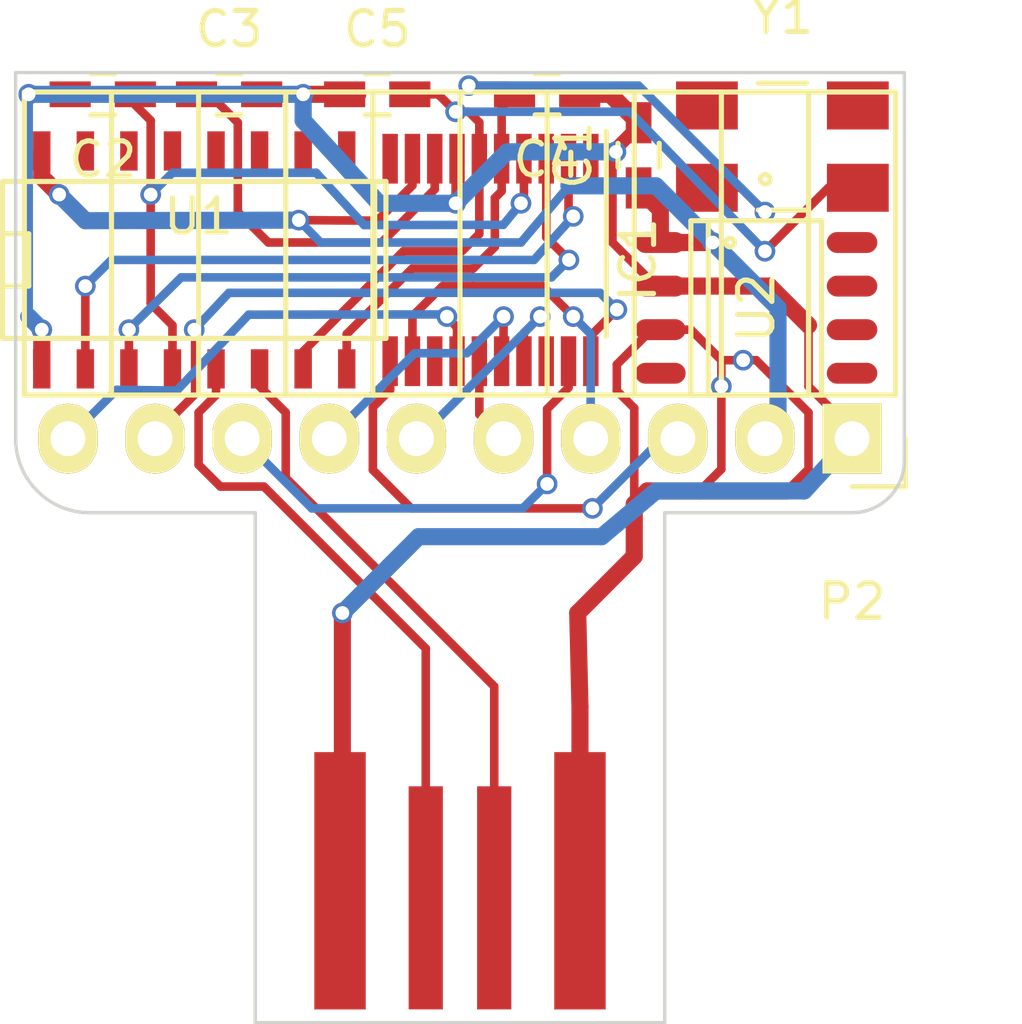
<source format=kicad_pcb>
(kicad_pcb (version 4) (host pcbnew "(2015-04-09 BZR 5589)-product")

  (general
    (links 35)
    (no_connects 0)
    (area 135.839999 101.549999 161.848001 129.336001)
    (thickness 1.6)
    (drawings 14)
    (tracks 243)
    (zones 0)
    (modules 11)
    (nets 20)
  )

  (page A4)
  (layers
    (0 F.Cu signal)
    (31 B.Cu signal)
    (32 B.Adhes user)
    (33 F.Adhes user)
    (34 B.Paste user)
    (35 F.Paste user)
    (36 B.SilkS user)
    (37 F.SilkS user hide)
    (38 B.Mask user)
    (39 F.Mask user)
    (40 Dwgs.User user)
    (41 Cmts.User user)
    (42 Eco1.User user)
    (43 Eco2.User user)
    (44 Edge.Cuts user)
    (45 Margin user)
    (46 B.CrtYd user)
    (47 F.CrtYd user)
    (48 B.Fab user)
    (49 F.Fab user)
  )

  (setup
    (last_trace_width 0.3302)
    (user_trace_width 0.25)
    (user_trace_width 0.3302)
    (user_trace_width 0.5)
    (trace_clearance 0.2)
    (zone_clearance 0.508)
    (zone_45_only no)
    (trace_min 0.1524)
    (segment_width 0.3302)
    (edge_width 0.1)
    (via_size 0.6)
    (via_drill 0.4)
    (via_min_size 0.4)
    (via_min_drill 0.3)
    (uvia_size 0.3)
    (uvia_drill 0.1)
    (uvias_allowed no)
    (uvia_min_size 0.2)
    (uvia_min_drill 0.1)
    (pcb_text_width 0.3)
    (pcb_text_size 1.5 1.5)
    (mod_edge_width 0.15)
    (mod_text_size 1 1)
    (mod_text_width 0.15)
    (pad_size 1.5 1.5)
    (pad_drill 0.6)
    (pad_to_mask_clearance 0)
    (aux_axis_origin 0 0)
    (grid_origin 150.241 104.775)
    (visible_elements FFFFFF1F)
    (pcbplotparams
      (layerselection 0x00030_80000001)
      (usegerberextensions false)
      (excludeedgelayer true)
      (linewidth 0.100000)
      (plotframeref false)
      (viasonmask false)
      (mode 1)
      (useauxorigin false)
      (hpglpennumber 1)
      (hpglpenspeed 20)
      (hpglpendiameter 15)
      (hpglpenoverlay 2)
      (psnegative false)
      (psa4output false)
      (plotreference true)
      (plotvalue true)
      (plotinvisibletext false)
      (padsonsilk false)
      (subtractmaskfromsilk false)
      (outputformat 1)
      (mirror false)
      (drillshape 1)
      (scaleselection 1)
      (outputdirectory ""))
  )

  (net 0 "")
  (net 1 VCC)
  (net 2 GND)
  (net 3 "Net-(C2-Pad1)")
  (net 4 "Net-(C3-Pad1)")
  (net 5 XO)
  (net 6 XI)
  (net 7 USB_TX)
  (net 8 USB_RX)
  (net 9 SDA)
  (net 10 SCL)
  (net 11 G3)
  (net 12 SCK)
  (net 13 MOSI)
  (net 14 MISO)
  (net 15 TXD)
  (net 16 RXD)
  (net 17 D+)
  (net 18 D-)
  (net 19 +5V)

  (net_class Default "This is the default net class."
    (clearance 0.2)
    (trace_width 0.25)
    (via_dia 0.6)
    (via_drill 0.4)
    (uvia_dia 0.3)
    (uvia_drill 0.1)
    (add_net +5V)
    (add_net D+)
    (add_net D-)
    (add_net G3)
    (add_net GND)
    (add_net MISO)
    (add_net MOSI)
    (add_net "Net-(C2-Pad1)")
    (add_net "Net-(C3-Pad1)")
    (add_net RXD)
    (add_net SCK)
    (add_net SCL)
    (add_net SDA)
    (add_net TXD)
    (add_net USB_RX)
    (add_net USB_TX)
    (add_net VCC)
    (add_net XI)
    (add_net XO)
  )

  (module Capacitors_SMD:C_0603_HandSoldering (layer F.Cu) (tedit 541A9B4D) (tstamp 558EE33F)
    (at 154.051 104.013 90)
    (descr "Capacitor SMD 0603, hand soldering")
    (tags "capacitor 0603")
    (path /558B5C2A)
    (attr smd)
    (fp_text reference C1 (at 0 -1.9 90) (layer F.SilkS)
      (effects (font (size 1 1) (thickness 0.15)))
    )
    (fp_text value C (at 0 1.9 90) (layer F.Fab)
      (effects (font (size 1 1) (thickness 0.15)))
    )
    (fp_line (start -1.85 -0.75) (end 1.85 -0.75) (layer F.CrtYd) (width 0.05))
    (fp_line (start -1.85 0.75) (end 1.85 0.75) (layer F.CrtYd) (width 0.05))
    (fp_line (start -1.85 -0.75) (end -1.85 0.75) (layer F.CrtYd) (width 0.05))
    (fp_line (start 1.85 -0.75) (end 1.85 0.75) (layer F.CrtYd) (width 0.05))
    (fp_line (start -0.35 -0.6) (end 0.35 -0.6) (layer F.SilkS) (width 0.15))
    (fp_line (start 0.35 0.6) (end -0.35 0.6) (layer F.SilkS) (width 0.15))
    (pad 1 smd rect (at -0.95 0 90) (size 1.2 0.75) (layers F.Cu F.Paste F.Mask)
      (net 1 VCC))
    (pad 2 smd rect (at 0.95 0 90) (size 1.2 0.75) (layers F.Cu F.Paste F.Mask)
      (net 2 GND))
    (model Capacitors_SMD.3dshapes/C_0603_HandSoldering.wrl
      (at (xyz 0 0 0))
      (scale (xyz 1 1 1))
      (rotate (xyz 0 0 0))
    )
  )

  (module Capacitors_SMD:C_0603_HandSoldering (layer F.Cu) (tedit 541A9B4D) (tstamp 558EE345)
    (at 138.43 102.235 180)
    (descr "Capacitor SMD 0603, hand soldering")
    (tags "capacitor 0603")
    (path /557FB37B)
    (attr smd)
    (fp_text reference C2 (at 0 -1.9 180) (layer F.SilkS)
      (effects (font (size 1 1) (thickness 0.15)))
    )
    (fp_text value C (at 0 1.9 180) (layer F.Fab)
      (effects (font (size 1 1) (thickness 0.15)))
    )
    (fp_line (start -1.85 -0.75) (end 1.85 -0.75) (layer F.CrtYd) (width 0.05))
    (fp_line (start -1.85 0.75) (end 1.85 0.75) (layer F.CrtYd) (width 0.05))
    (fp_line (start -1.85 -0.75) (end -1.85 0.75) (layer F.CrtYd) (width 0.05))
    (fp_line (start 1.85 -0.75) (end 1.85 0.75) (layer F.CrtYd) (width 0.05))
    (fp_line (start -0.35 -0.6) (end 0.35 -0.6) (layer F.SilkS) (width 0.15))
    (fp_line (start 0.35 0.6) (end -0.35 0.6) (layer F.SilkS) (width 0.15))
    (pad 1 smd rect (at -0.95 0 180) (size 1.2 0.75) (layers F.Cu F.Paste F.Mask)
      (net 3 "Net-(C2-Pad1)"))
    (pad 2 smd rect (at 0.95 0 180) (size 1.2 0.75) (layers F.Cu F.Paste F.Mask)
      (net 2 GND))
    (model Capacitors_SMD.3dshapes/C_0603_HandSoldering.wrl
      (at (xyz 0 0 0))
      (scale (xyz 1 1 1))
      (rotate (xyz 0 0 0))
    )
  )

  (module Capacitors_SMD:C_0603_HandSoldering (layer F.Cu) (tedit 541A9B4D) (tstamp 558EE34B)
    (at 142.113 102.235)
    (descr "Capacitor SMD 0603, hand soldering")
    (tags "capacitor 0603")
    (path /557FA561)
    (attr smd)
    (fp_text reference C3 (at 0 -1.9) (layer F.SilkS)
      (effects (font (size 1 1) (thickness 0.15)))
    )
    (fp_text value C (at 0 1.9) (layer F.Fab)
      (effects (font (size 1 1) (thickness 0.15)))
    )
    (fp_line (start -1.85 -0.75) (end 1.85 -0.75) (layer F.CrtYd) (width 0.05))
    (fp_line (start -1.85 0.75) (end 1.85 0.75) (layer F.CrtYd) (width 0.05))
    (fp_line (start -1.85 -0.75) (end -1.85 0.75) (layer F.CrtYd) (width 0.05))
    (fp_line (start 1.85 -0.75) (end 1.85 0.75) (layer F.CrtYd) (width 0.05))
    (fp_line (start -0.35 -0.6) (end 0.35 -0.6) (layer F.SilkS) (width 0.15))
    (fp_line (start 0.35 0.6) (end -0.35 0.6) (layer F.SilkS) (width 0.15))
    (pad 1 smd rect (at -0.95 0) (size 1.2 0.75) (layers F.Cu F.Paste F.Mask)
      (net 4 "Net-(C3-Pad1)"))
    (pad 2 smd rect (at 0.95 0) (size 1.2 0.75) (layers F.Cu F.Paste F.Mask)
      (net 2 GND))
    (model Capacitors_SMD.3dshapes/C_0603_HandSoldering.wrl
      (at (xyz 0 0 0))
      (scale (xyz 1 1 1))
      (rotate (xyz 0 0 0))
    )
  )

  (module Capacitors_SMD:C_0603_HandSoldering (layer F.Cu) (tedit 541A9B4D) (tstamp 558EE351)
    (at 151.384 102.235 180)
    (descr "Capacitor SMD 0603, hand soldering")
    (tags "capacitor 0603")
    (path /557FB571)
    (attr smd)
    (fp_text reference C4 (at 0 -1.9 180) (layer F.SilkS)
      (effects (font (size 1 1) (thickness 0.15)))
    )
    (fp_text value C (at 0 1.9 180) (layer F.Fab)
      (effects (font (size 1 1) (thickness 0.15)))
    )
    (fp_line (start -1.85 -0.75) (end 1.85 -0.75) (layer F.CrtYd) (width 0.05))
    (fp_line (start -1.85 0.75) (end 1.85 0.75) (layer F.CrtYd) (width 0.05))
    (fp_line (start -1.85 -0.75) (end -1.85 0.75) (layer F.CrtYd) (width 0.05))
    (fp_line (start 1.85 -0.75) (end 1.85 0.75) (layer F.CrtYd) (width 0.05))
    (fp_line (start -0.35 -0.6) (end 0.35 -0.6) (layer F.SilkS) (width 0.15))
    (fp_line (start 0.35 0.6) (end -0.35 0.6) (layer F.SilkS) (width 0.15))
    (pad 1 smd rect (at -0.95 0 180) (size 1.2 0.75) (layers F.Cu F.Paste F.Mask)
      (net 2 GND))
    (pad 2 smd rect (at 0.95 0 180) (size 1.2 0.75) (layers F.Cu F.Paste F.Mask)
      (net 5 XO))
    (model Capacitors_SMD.3dshapes/C_0603_HandSoldering.wrl
      (at (xyz 0 0 0))
      (scale (xyz 1 1 1))
      (rotate (xyz 0 0 0))
    )
  )

  (module Capacitors_SMD:C_0603_HandSoldering (layer F.Cu) (tedit 541A9B4D) (tstamp 558EE357)
    (at 146.431 102.235)
    (descr "Capacitor SMD 0603, hand soldering")
    (tags "capacitor 0603")
    (path /557FB5A3)
    (attr smd)
    (fp_text reference C5 (at 0 -1.9) (layer F.SilkS)
      (effects (font (size 1 1) (thickness 0.15)))
    )
    (fp_text value C (at 0 1.9) (layer F.Fab)
      (effects (font (size 1 1) (thickness 0.15)))
    )
    (fp_line (start -1.85 -0.75) (end 1.85 -0.75) (layer F.CrtYd) (width 0.05))
    (fp_line (start -1.85 0.75) (end 1.85 0.75) (layer F.CrtYd) (width 0.05))
    (fp_line (start -1.85 -0.75) (end -1.85 0.75) (layer F.CrtYd) (width 0.05))
    (fp_line (start 1.85 -0.75) (end 1.85 0.75) (layer F.CrtYd) (width 0.05))
    (fp_line (start -0.35 -0.6) (end 0.35 -0.6) (layer F.SilkS) (width 0.15))
    (fp_line (start 0.35 0.6) (end -0.35 0.6) (layer F.SilkS) (width 0.15))
    (pad 1 smd rect (at -0.95 0) (size 1.2 0.75) (layers F.Cu F.Paste F.Mask)
      (net 2 GND))
    (pad 2 smd rect (at 0.95 0) (size 1.2 0.75) (layers F.Cu F.Paste F.Mask)
      (net 6 XI))
    (model Capacitors_SMD.3dshapes/C_0603_HandSoldering.wrl
      (at (xyz 0 0 0))
      (scale (xyz 1 1 1))
      (rotate (xyz 0 0 0))
    )
  )

  (module Housings_SSOP:TSSOP-20_4.4x6.5mm_Pitch0.65mm (layer F.Cu) (tedit 54130A77) (tstamp 558EE36F)
    (at 149.733 107.061 270)
    (descr "20-Lead Plastic Thin Shrink Small Outline (ST)-4.4 mm Body [TSSOP] (see Microchip Packaging Specification 00000049BS.pdf)")
    (tags "SSOP 0.65")
    (path /557FA4E7)
    (attr smd)
    (fp_text reference IC1 (at 0 -4.3 270) (layer F.SilkS)
      (effects (font (size 1 1) (thickness 0.15)))
    )
    (fp_text value STM8S003F3P (at 0 4.3 270) (layer F.Fab)
      (effects (font (size 1 1) (thickness 0.15)))
    )
    (fp_line (start -3.95 -3.55) (end -3.95 3.55) (layer F.CrtYd) (width 0.05))
    (fp_line (start 3.95 -3.55) (end 3.95 3.55) (layer F.CrtYd) (width 0.05))
    (fp_line (start -3.95 -3.55) (end 3.95 -3.55) (layer F.CrtYd) (width 0.05))
    (fp_line (start -3.95 3.55) (end 3.95 3.55) (layer F.CrtYd) (width 0.05))
    (fp_line (start -2.225 3.375) (end 2.225 3.375) (layer F.SilkS) (width 0.15))
    (fp_line (start -3.75 -3.375) (end 2.225 -3.375) (layer F.SilkS) (width 0.15))
    (pad 1 smd rect (at -2.95 -2.925 270) (size 1.45 0.45) (layers F.Cu F.Paste F.Mask))
    (pad 2 smd rect (at -2.95 -2.275 270) (size 1.45 0.45) (layers F.Cu F.Paste F.Mask)
      (net 7 USB_TX))
    (pad 3 smd rect (at -2.95 -1.625 270) (size 1.45 0.45) (layers F.Cu F.Paste F.Mask)
      (net 8 USB_RX))
    (pad 4 smd rect (at -2.95 -0.975 270) (size 1.45 0.45) (layers F.Cu F.Paste F.Mask)
      (net 3 "Net-(C2-Pad1)"))
    (pad 5 smd rect (at -2.95 -0.325 270) (size 1.45 0.45) (layers F.Cu F.Paste F.Mask)
      (net 5 XO))
    (pad 6 smd rect (at -2.95 0.325 270) (size 1.45 0.45) (layers F.Cu F.Paste F.Mask)
      (net 6 XI))
    (pad 7 smd rect (at -2.95 0.975 270) (size 1.45 0.45) (layers F.Cu F.Paste F.Mask)
      (net 2 GND))
    (pad 8 smd rect (at -2.95 1.625 270) (size 1.45 0.45) (layers F.Cu F.Paste F.Mask)
      (net 4 "Net-(C3-Pad1)"))
    (pad 9 smd rect (at -2.95 2.275 270) (size 1.45 0.45) (layers F.Cu F.Paste F.Mask)
      (net 1 VCC))
    (pad 10 smd rect (at -2.95 2.925 270) (size 1.45 0.45) (layers F.Cu F.Paste F.Mask))
    (pad 11 smd rect (at 2.95 2.925 270) (size 1.45 0.45) (layers F.Cu F.Paste F.Mask)
      (net 9 SDA))
    (pad 12 smd rect (at 2.95 2.275 270) (size 1.45 0.45) (layers F.Cu F.Paste F.Mask)
      (net 10 SCL))
    (pad 13 smd rect (at 2.95 1.625 270) (size 1.45 0.45) (layers F.Cu F.Paste F.Mask))
    (pad 14 smd rect (at 2.95 0.975 270) (size 1.45 0.45) (layers F.Cu F.Paste F.Mask)
      (net 11 G3))
    (pad 15 smd rect (at 2.95 0.325 270) (size 1.45 0.45) (layers F.Cu F.Paste F.Mask)
      (net 12 SCK))
    (pad 16 smd rect (at 2.95 -0.325 270) (size 1.45 0.45) (layers F.Cu F.Paste F.Mask)
      (net 13 MOSI))
    (pad 17 smd rect (at 2.95 -0.975 270) (size 1.45 0.45) (layers F.Cu F.Paste F.Mask)
      (net 14 MISO))
    (pad 18 smd rect (at 2.95 -1.625 270) (size 1.45 0.45) (layers F.Cu F.Paste F.Mask))
    (pad 19 smd rect (at 2.95 -2.275 270) (size 1.45 0.45) (layers F.Cu F.Paste F.Mask)
      (net 15 TXD))
    (pad 20 smd rect (at 2.95 -2.925 270) (size 1.45 0.45) (layers F.Cu F.Paste F.Mask)
      (net 16 RXD))
    (model Housings_SSOP.3dshapes/TSSOP-20_4.4x6.5mm_Pitch0.65mm.wrl
      (at (xyz 0 0 0))
      (scale (xyz 1 1 1))
      (rotate (xyz 0 0 0))
    )
  )

  (module usbpcb:USB-A-PCB (layer F.Cu) (tedit 558C9471) (tstamp 558EE377)
    (at 148.844 125.349 270)
    (descr "Card-edge USB A connector.")
    (path /557FD28F)
    (fp_text reference P1 (at 0 0 270) (layer Cmts.User) hide
      (effects (font (size 0 0) (thickness 0.000001)))
    )
    (fp_text value CONN_01X04 (at 0 0 270) (layer Eco1.User) hide
      (effects (font (size 0 0) (thickness 0.000001)))
    )
    (fp_text user >Name (at -0.4572 -4.8768 270) (layer Eco1.User)
      (effects (font (size 0.4064 0.4064) (thickness 0.03048)))
    )
    (fp_text user >Value (at -0.0508 5.2832 270) (layer Eco1.User)
      (effects (font (size 0.4064 0.4064) (thickness 0.03048)))
    )
    (fp_text user "Card edge" (at -6.858 -1.27 360) (layer Dwgs.User)
      (effects (font (size 1.016 1.016) (thickness 0.08128)))
    )
    (fp_line (start -4.99872 -5.99948) (end 3.69824 -5.99948) (layer Cmts.User) (width 0.127))
    (fp_line (start 3.69824 -5.99948) (end 3.69824 5.99948) (layer Cmts.User) (width 0.127))
    (fp_line (start 3.69824 5.99948) (end -4.99872 5.99948) (layer Cmts.User) (width 0.127))
    (fp_line (start -4.99872 5.99948) (end -4.99872 -5.99948) (layer Cmts.User) (width 0.127))
    (pad 4 smd rect (at -0.19812 3.49758 270) (size 7.49808 1.4986) (layers F.Cu F.Paste F.Mask)
      (net 2 GND))
    (pad 3 smd rect (at 0.29972 0.99822 270) (size 6.49986 0.99822) (layers F.Cu F.Paste F.Mask)
      (net 17 D+))
    (pad 2 smd rect (at 0.29972 -0.99822 270) (size 6.49986 0.99822) (layers F.Cu F.Paste F.Mask)
      (net 18 D-))
    (pad 1 smd rect (at -0.19812 -3.49758 270) (size 7.49808 1.4986) (layers F.Cu F.Paste F.Mask)
      (net 19 +5V))
  )

  (module Socket_Strips:Socket_Strip_Angled_1x10 (layer F.Cu) (tedit 0) (tstamp 558EE385)
    (at 160.274 112.268 180)
    (descr "Through hole socket strip")
    (tags "socket strip")
    (path /557FD61A)
    (fp_text reference P2 (at 0 -4.75 180) (layer F.SilkS)
      (effects (font (size 1 1) (thickness 0.15)))
    )
    (fp_text value CONN_01X10 (at 0 -2.75 180) (layer F.Fab)
      (effects (font (size 1 1) (thickness 0.15)))
    )
    (fp_line (start -1.75 -1.5) (end -1.75 10.6) (layer F.CrtYd) (width 0.05))
    (fp_line (start 24.65 -1.5) (end 24.65 10.6) (layer F.CrtYd) (width 0.05))
    (fp_line (start -1.75 -1.5) (end 24.65 -1.5) (layer F.CrtYd) (width 0.05))
    (fp_line (start -1.75 10.6) (end 24.65 10.6) (layer F.CrtYd) (width 0.05))
    (fp_line (start 16.51 10.1) (end 16.51 1.27) (layer F.SilkS) (width 0.15))
    (fp_line (start 13.97 10.1) (end 16.51 10.1) (layer F.SilkS) (width 0.15))
    (fp_line (start 13.97 1.27) (end 16.51 1.27) (layer F.SilkS) (width 0.15))
    (fp_line (start 16.51 1.27) (end 19.05 1.27) (layer F.SilkS) (width 0.15))
    (fp_line (start 16.51 10.1) (end 19.05 10.1) (layer F.SilkS) (width 0.15))
    (fp_line (start 19.05 10.1) (end 19.05 1.27) (layer F.SilkS) (width 0.15))
    (fp_line (start 21.59 10.1) (end 21.59 1.27) (layer F.SilkS) (width 0.15))
    (fp_line (start 19.05 10.1) (end 21.59 10.1) (layer F.SilkS) (width 0.15))
    (fp_line (start 19.05 1.27) (end 21.59 1.27) (layer F.SilkS) (width 0.15))
    (fp_line (start 21.59 1.27) (end 24.13 1.27) (layer F.SilkS) (width 0.15))
    (fp_line (start 21.59 10.1) (end 24.13 10.1) (layer F.SilkS) (width 0.15))
    (fp_line (start 24.13 10.1) (end 24.13 1.27) (layer F.SilkS) (width 0.15))
    (fp_line (start 13.97 10.1) (end 13.97 1.27) (layer F.SilkS) (width 0.15))
    (fp_line (start 11.43 10.1) (end 13.97 10.1) (layer F.SilkS) (width 0.15))
    (fp_line (start 11.43 1.27) (end 13.97 1.27) (layer F.SilkS) (width 0.15))
    (fp_line (start 8.89 1.27) (end 11.43 1.27) (layer F.SilkS) (width 0.15))
    (fp_line (start 8.89 10.1) (end 11.43 10.1) (layer F.SilkS) (width 0.15))
    (fp_line (start 11.43 10.1) (end 11.43 1.27) (layer F.SilkS) (width 0.15))
    (fp_line (start 8.89 10.1) (end 8.89 1.27) (layer F.SilkS) (width 0.15))
    (fp_line (start 6.35 10.1) (end 8.89 10.1) (layer F.SilkS) (width 0.15))
    (fp_line (start 6.35 1.27) (end 8.89 1.27) (layer F.SilkS) (width 0.15))
    (fp_line (start 3.81 1.27) (end 6.35 1.27) (layer F.SilkS) (width 0.15))
    (fp_line (start 3.81 10.1) (end 6.35 10.1) (layer F.SilkS) (width 0.15))
    (fp_line (start 6.35 10.1) (end 6.35 1.27) (layer F.SilkS) (width 0.15))
    (fp_line (start 3.81 10.1) (end 3.81 1.27) (layer F.SilkS) (width 0.15))
    (fp_line (start 1.27 10.1) (end 3.81 10.1) (layer F.SilkS) (width 0.15))
    (fp_line (start 1.27 1.27) (end 1.27 10.1) (layer F.SilkS) (width 0.15))
    (fp_line (start 1.27 1.27) (end 3.81 1.27) (layer F.SilkS) (width 0.15))
    (fp_line (start -1.27 1.27) (end 1.27 1.27) (layer F.SilkS) (width 0.15))
    (fp_line (start 0 -1.4) (end -1.55 -1.4) (layer F.SilkS) (width 0.15))
    (fp_line (start -1.55 -1.4) (end -1.55 0) (layer F.SilkS) (width 0.15))
    (fp_line (start -1.27 1.27) (end -1.27 10.1) (layer F.SilkS) (width 0.15))
    (fp_line (start -1.27 10.1) (end 1.27 10.1) (layer F.SilkS) (width 0.15))
    (fp_line (start 1.27 10.1) (end 1.27 1.27) (layer F.SilkS) (width 0.15))
    (pad 1 thru_hole rect (at 0 0 180) (size 1.7272 2.032) (drill 1.016) (layers *.Cu *.Mask F.SilkS)
      (net 2 GND))
    (pad 2 thru_hole oval (at 2.54 0 180) (size 1.7272 2.032) (drill 1.016) (layers *.Cu *.Mask F.SilkS)
      (net 1 VCC))
    (pad 3 thru_hole oval (at 5.08 0 180) (size 1.7272 2.032) (drill 1.016) (layers *.Cu *.Mask F.SilkS)
      (net 9 SDA))
    (pad 4 thru_hole oval (at 7.62 0 180) (size 1.7272 2.032) (drill 1.016) (layers *.Cu *.Mask F.SilkS)
      (net 10 SCL))
    (pad 5 thru_hole oval (at 10.16 0 180) (size 1.7272 2.032) (drill 1.016) (layers *.Cu *.Mask F.SilkS)
      (net 12 SCK))
    (pad 6 thru_hole oval (at 12.7 0 180) (size 1.7272 2.032) (drill 1.016) (layers *.Cu *.Mask F.SilkS)
      (net 14 MISO))
    (pad 7 thru_hole oval (at 15.24 0 180) (size 1.7272 2.032) (drill 1.016) (layers *.Cu *.Mask F.SilkS)
      (net 13 MOSI))
    (pad 8 thru_hole oval (at 17.78 0 180) (size 1.7272 2.032) (drill 1.016) (layers *.Cu *.Mask F.SilkS)
      (net 15 TXD))
    (pad 9 thru_hole oval (at 20.32 0 180) (size 1.7272 2.032) (drill 1.016) (layers *.Cu *.Mask F.SilkS)
      (net 16 RXD))
    (pad 10 thru_hole oval (at 22.86 0 180) (size 1.7272 2.032) (drill 1.016) (layers *.Cu *.Mask F.SilkS)
      (net 11 G3))
    (model "/Library/Application Support/kicad/packages3d/Socket_Strips.3dshapes/Socket_Strip_Angled_1x10.wrl"
      (at (xyz 0 0 0))
      (scale (xyz 1 1 1))
      (rotate (xyz 0 0 0))
    )
  )

  (module SMD_Packages:SO-16-N (layer F.Cu) (tedit 0) (tstamp 558EE399)
    (at 141.097 107.061)
    (descr "Module CMS SOJ 16 pins large")
    (tags "CMS SOJ")
    (path /557FBDB4)
    (attr smd)
    (fp_text reference U1 (at 0.127 -1.27) (layer F.SilkS)
      (effects (font (size 1 1) (thickness 0.15)))
    )
    (fp_text value CH340G (at 0 1.27) (layer F.Fab)
      (effects (font (size 1 1) (thickness 0.15)))
    )
    (fp_line (start -5.588 -0.762) (end -4.826 -0.762) (layer F.SilkS) (width 0.15))
    (fp_line (start -4.826 -0.762) (end -4.826 0.762) (layer F.SilkS) (width 0.15))
    (fp_line (start -4.826 0.762) (end -5.588 0.762) (layer F.SilkS) (width 0.15))
    (fp_line (start 5.588 -2.286) (end 5.588 2.286) (layer F.SilkS) (width 0.15))
    (fp_line (start 5.588 2.286) (end -5.588 2.286) (layer F.SilkS) (width 0.15))
    (fp_line (start -5.588 2.286) (end -5.588 -2.286) (layer F.SilkS) (width 0.15))
    (fp_line (start -5.588 -2.286) (end 5.588 -2.286) (layer F.SilkS) (width 0.15))
    (pad 16 smd rect (at -4.445 -3.175) (size 0.508 1.143) (layers F.Cu F.Paste F.Mask)
      (net 1 VCC))
    (pad 14 smd rect (at -1.905 -3.175) (size 0.508 1.143) (layers F.Cu F.Paste F.Mask))
    (pad 13 smd rect (at -0.635 -3.175) (size 0.508 1.143) (layers F.Cu F.Paste F.Mask))
    (pad 12 smd rect (at 0.635 -3.175) (size 0.508 1.143) (layers F.Cu F.Paste F.Mask))
    (pad 11 smd rect (at 1.905 -3.175) (size 0.508 1.143) (layers F.Cu F.Paste F.Mask))
    (pad 10 smd rect (at 3.175 -3.175) (size 0.508 1.143) (layers F.Cu F.Paste F.Mask))
    (pad 9 smd rect (at 4.445 -3.175) (size 0.508 1.143) (layers F.Cu F.Paste F.Mask))
    (pad 8 smd rect (at 4.445 3.175) (size 0.508 1.143) (layers F.Cu F.Paste F.Mask)
      (net 5 XO))
    (pad 7 smd rect (at 3.175 3.175) (size 0.508 1.143) (layers F.Cu F.Paste F.Mask)
      (net 6 XI))
    (pad 6 smd rect (at 1.905 3.175) (size 0.508 1.143) (layers F.Cu F.Paste F.Mask)
      (net 18 D-))
    (pad 5 smd rect (at 0.635 3.175) (size 0.508 1.143) (layers F.Cu F.Paste F.Mask)
      (net 17 D+))
    (pad 4 smd rect (at -0.635 3.175) (size 0.508 1.143) (layers F.Cu F.Paste F.Mask)
      (net 3 "Net-(C2-Pad1)"))
    (pad 3 smd rect (at -1.905 3.175) (size 0.508 1.143) (layers F.Cu F.Paste F.Mask)
      (net 8 USB_RX))
    (pad 2 smd rect (at -3.175 3.175) (size 0.508 1.143) (layers F.Cu F.Paste F.Mask)
      (net 7 USB_TX))
    (pad 1 smd rect (at -4.445 3.175) (size 0.508 1.143) (layers F.Cu F.Paste F.Mask)
      (net 2 GND))
    (pad 15 smd rect (at -3.175 -3.175) (size 0.508 1.143) (layers F.Cu F.Paste F.Mask))
    (model SMD_Packages.3dshapes/SO-16-N.wrl
      (at (xyz 0 0 0))
      (scale (xyz 0.5 0.4 0.5))
      (rotate (xyz 0 0 0))
    )
  )

  (module Power_Integrations:SO-8 (layer F.Cu) (tedit 0) (tstamp 558EE3A5)
    (at 157.48 108.458 270)
    (descr "SO-8 Surface Mount Small Outline 150mil 8pin Package")
    (tags "Power Integrations D Package")
    (path /557FCB91)
    (fp_text reference U2 (at 0 0 270) (layer F.SilkS)
      (effects (font (size 1 1) (thickness 0.15)))
    )
    (fp_text value LM2931AZ-3.3/5.0 (at 0 0 270) (layer F.Fab)
      (effects (font (size 1 1) (thickness 0.15)))
    )
    (fp_circle (center -1.905 0.762) (end -1.778 0.762) (layer F.SilkS) (width 0.15))
    (fp_line (start -2.54 1.397) (end 2.54 1.397) (layer F.SilkS) (width 0.15))
    (fp_line (start -2.54 -1.905) (end 2.54 -1.905) (layer F.SilkS) (width 0.15))
    (fp_line (start -2.54 1.905) (end 2.54 1.905) (layer F.SilkS) (width 0.15))
    (fp_line (start -2.54 1.905) (end -2.54 -1.905) (layer F.SilkS) (width 0.15))
    (fp_line (start 2.54 1.905) (end 2.54 -1.905) (layer F.SilkS) (width 0.15))
    (pad 1 smd oval (at -1.905 2.794 270) (size 0.6096 1.4732) (layers F.Cu F.Paste F.Mask)
      (net 1 VCC))
    (pad 2 smd oval (at -0.635 2.794 270) (size 0.6096 1.4732) (layers F.Cu F.Paste F.Mask)
      (net 2 GND))
    (pad 3 smd oval (at 0.635 2.794 270) (size 0.6096 1.4732) (layers F.Cu F.Paste F.Mask)
      (net 19 +5V))
    (pad 4 smd oval (at 1.905 2.794 270) (size 0.6096 1.4732) (layers F.Cu F.Paste F.Mask))
    (pad 5 smd oval (at 1.905 -2.794 270) (size 0.6096 1.4732) (layers F.Cu F.Paste F.Mask))
    (pad 6 smd oval (at 0.635 -2.794 270) (size 0.6096 1.4732) (layers F.Cu F.Paste F.Mask))
    (pad 7 smd oval (at -0.635 -2.794 270) (size 0.6096 1.4732) (layers F.Cu F.Paste F.Mask))
    (pad 8 smd oval (at -1.905 -2.794 270) (size 0.6096 1.4732) (layers F.Cu F.Paste F.Mask))
  )

  (module Crystals:Crystal_SMD_0603_4Pads (layer F.Cu) (tedit 0) (tstamp 558EE3AD)
    (at 158.242 103.759)
    (descr "Crystal, Quarz, SMD, 0603, 4 Pads,")
    (tags "Crystal, Quarz, SMD, 0603, 4 Pads,")
    (path /557FB4E7)
    (attr smd)
    (fp_text reference Y1 (at 0 -3.81) (layer F.SilkS)
      (effects (font (size 1 1) (thickness 0.15)))
    )
    (fp_text value Crystal (at 0 3.81) (layer F.Fab)
      (effects (font (size 1 1) (thickness 0.15)))
    )
    (fp_circle (center 0 0) (end 0.50038 0) (layer F.Adhes) (width 0.381))
    (fp_circle (center 0 0) (end 0.14986 0) (layer F.Adhes) (width 0.381))
    (fp_circle (center -0.50038 0.94996) (end -0.39878 1.04902) (layer F.SilkS) (width 0.15))
    (fp_line (start 0.70104 1.84912) (end -0.70104 1.84912) (layer F.SilkS) (width 0.15))
    (fp_line (start -0.70104 -1.84912) (end 0.70104 -1.84912) (layer F.SilkS) (width 0.15))
    (pad 1 smd rect (at -2.19964 1.19888) (size 1.80086 1.39954) (layers F.Cu F.Paste F.Mask)
      (net 5 XO))
    (pad 2 smd rect (at 2.19964 1.19888) (size 1.80086 1.39954) (layers F.Cu F.Paste F.Mask)
      (net 6 XI))
    (pad 3 smd rect (at 2.19964 -1.19888) (size 1.80086 1.39954) (layers F.Cu F.Paste F.Mask))
    (pad 4 smd rect (at -2.19964 -1.19888) (size 1.80086 1.39954) (layers F.Cu F.Paste F.Mask))
  )

  (gr_line (start 135.89 112.268) (end 135.89 101.6) (angle 90) (layer Edge.Cuts) (width 0.1))
  (gr_line (start 138.049 114.427) (end 142.875 114.427) (angle 90) (layer Edge.Cuts) (width 0.1))
  (gr_arc (start 138.049 112.268) (end 138.049 114.427) (angle 90) (layer Edge.Cuts) (width 0.1))
  (gr_line (start 161.798 112.903) (end 161.798 101.6) (angle 90) (layer Edge.Cuts) (width 0.1))
  (gr_line (start 154.813 114.427) (end 160.274 114.427) (angle 90) (layer Edge.Cuts) (width 0.1))
  (gr_arc (start 160.274 112.903) (end 161.798 112.903) (angle 90) (layer Edge.Cuts) (width 0.1))
  (gr_line (start 144.34312 129.0828) (end 153.29662 129.0828) (angle 90) (layer Margin) (width 0.3302))
  (gr_line (start 154.813 129.032) (end 154.813 129.286) (angle 90) (layer Edge.Cuts) (width 0.1))
  (gr_line (start 154.72918 114.20856) (end 159.68218 114.20856) (angle 90) (layer Margin) (width 0.3302))
  (gr_line (start 142.875 129.286) (end 142.875 114.427) (angle 90) (layer Edge.Cuts) (width 0.1))
  (gr_line (start 154.813 129.032) (end 154.813 114.427) (angle 90) (layer Edge.Cuts) (width 0.1))
  (gr_line (start 142.875 129.286) (end 154.813 129.286) (angle 90) (layer Edge.Cuts) (width 0.1))
  (dimension 15.113534 (width 0.3) (layer Dwgs.User)
    (gr_text "15.114 mm" (at 159.004 121.539 270.4814658) (layer Dwgs.User)
      (effects (font (size 1.5 1.5) (thickness 0.3)))
    )
    (feature1 (pts (xy 156.972 128.905) (xy 156.972 128.905)))
    (feature2 (pts (xy 156.845 113.792) (xy 156.845 113.792)))
    (crossbar (pts (xy 156.845 113.792) (xy 156.972 128.905)))
    (arrow1a (pts (xy 156.972 128.905) (xy 156.376134 127.783464)))
    (arrow1b (pts (xy 156.972 128.905) (xy 157.548934 127.773608)))
    (arrow2a (pts (xy 156.845 113.792) (xy 156.268066 114.923392)))
    (arrow2b (pts (xy 156.845 113.792) (xy 157.440866 114.913536)))
  )
  (gr_line (start 135.89 101.6) (end 161.798 101.6) (angle 90) (layer Edge.Cuts) (width 0.1))

  (segment (start 152.019 104.902) (end 154.559 104.902) (width 0.5) (layer B.Cu) (net 1) (tstamp 55900FA3))
  (segment (start 156.21 106.553) (end 154.559 104.902) (width 0.5) (layer B.Cu) (net 1) (tstamp 558F656F))
  (segment (start 150.622 106.553) (end 152.019 104.902) (width 0.25) (layer B.Cu) (net 1) (tstamp 559050C3))
  (segment (start 144.78 106.553) (end 144.144214 105.900718) (width 0.25) (layer B.Cu) (net 1))
  (segment (start 149.86 106.553) (end 144.78 106.553) (width 0.25) (layer B.Cu) (net 1) (tstamp 55901670))
  (segment (start 149.86 106.553) (end 150.622 106.553) (width 0.25) (layer B.Cu) (net 1))
  (segment (start 144.144214 105.900718) (end 137.922 105.918) (width 0.5) (layer B.Cu) (net 1))
  (segment (start 137.922 105.918) (end 137.16 105.156) (width 0.5) (layer B.Cu) (net 1) (tstamp 55904EFF))
  (segment (start 136.652 104.648) (end 137.16 105.156) (width 0.5) (layer F.Cu) (net 1) (tstamp 558F1DFA))
  (via (at 137.16 105.156) (size 0.6) (layers F.Cu B.Cu) (net 1))
  (segment (start 136.652 104.648) (end 136.652 103.886) (width 0.5) (layer F.Cu) (net 1))
  (via (at 144.144214 105.900718) (size 0.6) (layers F.Cu B.Cu) (net 1))
  (segment (start 147.458 104.111) (end 147.458 104.891) (width 0.25) (layer F.Cu) (net 1))
  (segment (start 147.458 104.891) (end 146.431007 105.917091) (width 0.25) (layer F.Cu) (net 1) (tstamp 55900F39))
  (segment (start 146.431007 105.917091) (end 144.144214 105.900718) (width 0.25) (layer F.Cu) (net 1) (tstamp 55900F3C))
  (segment (start 156.21 106.553) (end 154.686 106.553) (width 0.5) (layer F.Cu) (net 1) (tstamp 558F157C))
  (via (at 156.21 106.553) (size 0.6) (layers F.Cu B.Cu) (net 1))
  (segment (start 154.686 106.553) (end 154.686 105.598) (width 0.5) (layer F.Cu) (net 1))
  (segment (start 154.686 105.598) (end 154.051 104.963) (width 0.5) (layer F.Cu) (net 1) (tstamp 558F1509))
  (segment (start 158.115 111.887) (end 157.734 112.268) (width 0.25) (layer B.Cu) (net 1) (tstamp 55914A4E))
  (segment (start 158.115 108.458) (end 158.115 111.887) (width 0.5) (layer B.Cu) (net 1) (tstamp 55914A4A))
  (segment (start 156.21 106.553) (end 157.734 108.077) (width 0.5) (layer B.Cu) (net 1) (tstamp 558F1577))
  (segment (start 157.734 108.077) (end 158.115 108.458) (width 0.5) (layer B.Cu) (net 1))
  (segment (start 151.003 103.9114) (end 150.2156 103.9114) (width 0.5) (layer B.Cu) (net 2))
  (segment (start 151.003 103.9114) (end 153.3906 103.9114) (width 0.5) (layer B.Cu) (net 2) (tstamp 5590147D))
  (via (at 153.3906 103.9114) (size 0.6) (layers F.Cu B.Cu) (net 2))
  (segment (start 154.051 103.251) (end 153.3906 103.9114) (width 0.25) (layer F.Cu) (net 2) (tstamp 55901482))
  (segment (start 150.2156 103.9114) (end 148.717 105.41) (width 0.5) (layer B.Cu) (net 2) (tstamp 5590550C))
  (segment (start 148.717 105.41) (end 148.717 104.152) (width 0.25) (layer F.Cu) (net 2))
  (via (at 148.717 105.41) (size 0.6) (layers F.Cu B.Cu) (net 2))
  (segment (start 148.717 104.152) (end 148.758 104.111) (width 0.25) (layer F.Cu) (net 2) (tstamp 559054F0))
  (segment (start 154.051 103.251) (end 154.051 103.063) (width 0.25) (layer F.Cu) (net 2) (tstamp 55901483))
  (segment (start 148.717 105.41) (end 146.4818 105.41) (width 0.5) (layer B.Cu) (net 2))
  (segment (start 146.4818 105.41) (end 144.272 102.997) (width 0.5) (layer B.Cu) (net 2) (tstamp 5590141C))
  (segment (start 144.272 102.997) (end 144.272 102.235) (width 0.5) (layer B.Cu) (net 2) (tstamp 55901420))
  (segment (start 136.271 102.235) (end 136.271 108.712) (width 0.25) (layer B.Cu) (net 2))
  (segment (start 136.652 109.093) (end 136.652 110.236) (width 0.5) (layer F.Cu) (net 2) (tstamp 558F1DEE))
  (via (at 136.652 109.093) (size 0.6) (layers F.Cu B.Cu) (net 2))
  (segment (start 136.271 108.712) (end 136.652 109.093) (width 0.5) (layer B.Cu) (net 2) (tstamp 558F1DE8))
  (segment (start 144.272 102.235) (end 136.271 102.235) (width 0.5) (layer B.Cu) (net 2))
  (segment (start 136.271 102.235) (end 137.48 102.235) (width 0.25) (layer F.Cu) (net 2) (tstamp 558F1DE2))
  (via (at 136.271 102.235) (size 0.6) (layers F.Cu B.Cu) (net 2))
  (segment (start 144.272 102.235) (end 145.862 102.235) (width 0.5) (layer F.Cu) (net 2))
  (segment (start 143.444 102.235) (end 144.272 102.235) (width 0.25) (layer F.Cu) (net 2) (status 10))
  (segment (start 153.289 102.235) (end 153.223 102.235) (width 0.25) (layer F.Cu) (net 2) (tstamp 558F1599))
  (via (at 144.272 102.235) (size 0.6) (layers F.Cu B.Cu) (net 2))
  (segment (start 154.686 107.823) (end 154.559 107.823) (width 0.25) (layer F.Cu) (net 2))
  (segment (start 154.559 107.823) (end 153.289 106.553) (width 0.25) (layer F.Cu) (net 2) (tstamp 558F1513))
  (segment (start 153.289 103.825) (end 154.051 103.063) (width 0.25) (layer F.Cu) (net 2) (tstamp 558F151A))
  (segment (start 153.289 106.553) (end 153.289 103.825) (width 0.25) (layer F.Cu) (net 2) (tstamp 558F1516))
  (segment (start 154.559 113.792) (end 152.9715 115.1255) (width 0.5) (layer B.Cu) (net 2) (tstamp 558F14E4))
  (segment (start 160.274 112.268) (end 158.877 113.792) (width 0.5) (layer B.Cu) (net 2) (status 400000))
  (segment (start 158.877 113.792) (end 154.559 113.792) (width 0.5) (layer B.Cu) (net 2) (tstamp 558F14E1))
  (segment (start 152.08 102.235) (end 153.223 102.235) (width 0.5) (layer F.Cu) (net 2))
  (segment (start 153.223 102.235) (end 154.051 103.063) (width 0.5) (layer F.Cu) (net 2) (tstamp 558F14B4))
  (segment (start 143.444 102.235) (end 143.891 102.235) (width 0.25) (layer F.Cu) (net 2) (status 30))
  (segment (start 145.862 102.235) (end 145.796 102.235) (width 0.25) (layer F.Cu) (net 2))
  (segment (start 152.08 102.235) (end 152.4 102.235) (width 0.25) (layer F.Cu) (net 2) (status 30))
  (segment (start 145.415 125.0823) (end 145.34642 125.15088) (width 0.25) (layer F.Cu) (net 2) (tstamp 55914554))
  (segment (start 147.6375 115.1255) (end 152.9715 115.1255) (width 0.5) (layer B.Cu) (net 2))
  (via (at 145.415 117.348) (size 0.6) (layers F.Cu B.Cu) (net 2))
  (segment (start 147.6375 115.1255) (end 145.415 117.348) (width 0.5) (layer B.Cu) (net 2) (tstamp 55914547))
  (segment (start 145.415 125.0823) (end 145.415 117.348) (width 0.5) (layer F.Cu) (net 2))
  (segment (start 159.004 110.744) (end 159.004 108.966) (width 0.25) (layer F.Cu) (net 2) (tstamp 559149A5))
  (segment (start 157.861 107.823) (end 154.686 107.823) (width 0.5) (layer F.Cu) (net 2) (tstamp 55914986))
  (segment (start 159.004 108.966) (end 157.861 107.823) (width 0.5) (layer F.Cu) (net 2) (tstamp 55914983))
  (segment (start 160.274 112.014) (end 159.004 110.744) (width 0.25) (layer F.Cu) (net 2) (tstamp 559149A1))
  (segment (start 160.274 112.268) (end 160.274 112.014) (width 0.25) (layer F.Cu) (net 2))
  (segment (start 150.708 104.111) (end 150.708 105.324) (width 0.25) (layer F.Cu) (net 3))
  (via (at 139.827 105.156) (size 0.6) (layers F.Cu B.Cu) (net 3))
  (via (at 150.622 105.41) (size 0.6) (layers F.Cu B.Cu) (net 3))
  (segment (start 150.622 105.41) (end 150.106983 106.038685) (width 0.25) (layer B.Cu) (net 3) (tstamp 55900EA8))
  (segment (start 150.106983 106.038685) (end 146.05 106.045) (width 0.25) (layer B.Cu) (net 3) (tstamp 55900EA9))
  (segment (start 146.05 106.045) (end 144.653 104.521) (width 0.25) (layer B.Cu) (net 3) (tstamp 55900EAE))
  (segment (start 140.462 104.521) (end 139.827 105.156) (width 0.25) (layer B.Cu) (net 3) (tstamp 55904EA4))
  (segment (start 144.653 104.521) (end 140.462 104.521) (width 0.25) (layer B.Cu) (net 3))
  (segment (start 150.708 105.324) (end 150.622 105.41) (width 0.25) (layer F.Cu) (net 3) (tstamp 559054A7))
  (segment (start 150.6728 104.1462) (end 150.708 104.111) (width 0.25) (layer F.Cu) (net 3) (tstamp 55901089))
  (segment (start 139.38 102.235) (end 139.38 102.55) (width 0.25) (layer F.Cu) (net 3))
  (segment (start 139.38 102.55) (end 139.827 102.997) (width 0.25) (layer F.Cu) (net 3) (tstamp 558F5C45))
  (segment (start 139.827 102.997) (end 139.827 105.156) (width 0.25) (layer F.Cu) (net 3) (tstamp 558F5C48))
  (segment (start 139.827 105.156) (end 139.827 108.331) (width 0.25) (layer F.Cu) (net 3) (tstamp 55900EB7))
  (segment (start 140.462 108.966) (end 140.462 110.236) (width 0.25) (layer F.Cu) (net 3) (tstamp 558F5C4E))
  (segment (start 139.827 108.331) (end 140.462 108.966) (width 0.25) (layer F.Cu) (net 3) (tstamp 558F5C4C))
  (segment (start 148.108 104.111) (end 148.108 105.003) (width 0.25) (layer F.Cu) (net 4))
  (segment (start 142.367 103.058) (end 141.544 102.235) (width 0.25) (layer F.Cu) (net 4) (tstamp 55900D8E))
  (segment (start 142.367 105.029) (end 142.367 103.058) (width 0.25) (layer F.Cu) (net 4) (tstamp 55900D88))
  (segment (start 142.367 105.664) (end 142.367 105.029) (width 0.25) (layer F.Cu) (net 4) (tstamp 55905537))
  (segment (start 143.256 106.553) (end 142.367 105.664) (width 0.25) (layer F.Cu) (net 4) (tstamp 55905535))
  (segment (start 146.558 106.553) (end 143.256 106.553) (width 0.25) (layer F.Cu) (net 4) (tstamp 55905531))
  (segment (start 148.108 105.003) (end 146.558 106.553) (width 0.25) (layer F.Cu) (net 4) (tstamp 5590552B))
  (segment (start 150.058 104.111) (end 150.058 105.057065) (width 0.25) (layer F.Cu) (net 5))
  (segment (start 145.542 109.22) (end 145.542 110.236) (width 0.25) (layer F.Cu) (net 5) (tstamp 559054C1))
  (segment (start 147.447 107.315) (end 145.542 109.22) (width 0.25) (layer F.Cu) (net 5) (tstamp 559054BC))
  (segment (start 149.225 107.315) (end 147.447 107.315) (width 0.25) (layer F.Cu) (net 5) (tstamp 559054BA))
  (segment (start 149.86 106.68) (end 149.225 107.315) (width 0.25) (layer F.Cu) (net 5) (tstamp 559054B6))
  (segment (start 149.86 105.255065) (end 149.86 106.68) (width 0.25) (layer F.Cu) (net 5) (tstamp 559054B2))
  (segment (start 150.058 105.057065) (end 149.86 105.255065) (width 0.25) (layer F.Cu) (net 5) (tstamp 559054AF))
  (segment (start 150.18 101.981) (end 149.098 101.981) (width 0.25) (layer F.Cu) (net 5))
  (segment (start 157.02788 104.95788) (end 156.04236 104.95788) (width 0.25) (layer F.Cu) (net 5))
  (segment (start 157.02788 104.95788) (end 157.734 105.664) (width 0.25) (layer F.Cu) (net 5) (tstamp 55904D2E))
  (via (at 157.734 105.664) (size 0.6) (layers F.Cu B.Cu) (net 5))
  (segment (start 157.734 105.664) (end 154.051 101.981) (width 0.25) (layer B.Cu) (net 5) (tstamp 55904D36))
  (segment (start 154.051 101.981) (end 149.098 101.981) (width 0.25) (layer B.Cu) (net 5) (tstamp 55904D37))
  (via (at 149.098 101.981) (size 0.6) (layers F.Cu B.Cu) (net 5))
  (segment (start 150.18 101.981) (end 150.434 102.235) (width 0.25) (layer F.Cu) (net 5) (tstamp 55904D77))
  (segment (start 150.058 104.111) (end 150.058 102.611) (width 0.25) (layer F.Cu) (net 5))
  (segment (start 150.058 102.611) (end 150.434 102.235) (width 0.25) (layer F.Cu) (net 5) (tstamp 55904CE2))
  (segment (start 150.18 102.235) (end 150.3045 102.235) (width 0.25) (layer F.Cu) (net 5))
  (segment (start 156.04236 104.98836) (end 156.04236 104.95788) (width 0.25) (layer F.Cu) (net 5) (tstamp 55900FE6))
  (segment (start 150.058 102.357) (end 150.18 102.235) (width 0.25) (layer F.Cu) (net 5) (tstamp 558F14AF))
  (segment (start 149.408 104.111) (end 149.408 106.300998) (width 0.25) (layer F.Cu) (net 6))
  (segment (start 147.193 106.807) (end 144.272 109.728) (width 0.25) (layer F.Cu) (net 6) (tstamp 559054D4))
  (segment (start 148.901998 106.807) (end 147.193 106.807) (width 0.25) (layer F.Cu) (net 6) (tstamp 559054CD))
  (segment (start 149.408 106.300998) (end 148.901998 106.807) (width 0.25) (layer F.Cu) (net 6) (tstamp 559054CA))
  (segment (start 144.272 109.728) (end 144.272 110.236) (width 0.25) (layer F.Cu) (net 6) (tstamp 559054E0))
  (segment (start 149.408 104.111) (end 149.408 103.053) (width 0.25) (layer F.Cu) (net 6))
  (segment (start 149.098 102.743) (end 148.717 102.743) (width 0.25) (layer F.Cu) (net 6) (tstamp 55904DC6))
  (segment (start 149.408 103.053) (end 149.098 102.743) (width 0.25) (layer F.Cu) (net 6) (tstamp 55904DC5))
  (segment (start 148.717 102.743) (end 148.209 102.235) (width 0.25) (layer F.Cu) (net 6) (tstamp 55904D90))
  (segment (start 148.209 102.235) (end 147.381 102.235) (width 0.25) (layer F.Cu) (net 6) (tstamp 55904D91))
  (segment (start 159.58312 104.95788) (end 157.734 106.807) (width 0.25) (layer F.Cu) (net 6) (tstamp 55904D7D))
  (via (at 148.717 102.743) (size 0.6) (layers F.Cu B.Cu) (net 6))
  (segment (start 153.797 102.743) (end 148.717 102.743) (width 0.25) (layer B.Cu) (net 6) (tstamp 55904D86))
  (segment (start 157.734 106.807) (end 153.797 102.743) (width 0.25) (layer B.Cu) (net 6) (tstamp 55904D85))
  (via (at 157.734 106.807) (size 0.6) (layers F.Cu B.Cu) (net 6))
  (segment (start 160.44164 104.95788) (end 159.58312 104.95788) (width 0.25) (layer F.Cu) (net 6))
  (segment (start 160.44164 104.95788) (end 160.06572 104.95788) (width 0.25) (layer F.Cu) (net 6))
  (segment (start 137.922 107.823) (end 137.922 107.815802) (width 0.25) (layer B.Cu) (net 7))
  (segment (start 152.008 105.653) (end 152.146 105.791) (width 0.25) (layer F.Cu) (net 7) (tstamp 558F1276))
  (via (at 152.146 105.791) (size 0.6) (layers F.Cu B.Cu) (net 7))
  (via (at 137.922 107.823) (size 0.6) (layers F.Cu B.Cu) (net 7))
  (segment (start 137.922 110.236) (end 137.922 107.823) (width 0.25) (layer F.Cu) (net 7) (tstamp 558F1280))
  (segment (start 152.008 105.653) (end 152.008 104.111) (width 0.25) (layer F.Cu) (net 7))
  (segment (start 151.003 107.061) (end 152.146 105.791) (width 0.25) (layer B.Cu) (net 7) (tstamp 5590169A))
  (segment (start 138.684 107.061) (end 151.003 107.061) (width 0.25) (layer B.Cu) (net 7) (tstamp 55901695))
  (segment (start 137.922 107.815802) (end 138.684 107.061) (width 0.25) (layer B.Cu) (net 7) (tstamp 55901691))
  (segment (start 139.192 109.093) (end 139.192 109.077032) (width 0.25) (layer B.Cu) (net 8))
  (via (at 139.192 109.093) (size 0.6) (layers F.Cu B.Cu) (net 8))
  (segment (start 139.192 110.236) (end 139.192 109.093) (width 0.25) (layer F.Cu) (net 8) (tstamp 558F1273))
  (segment (start 139.192 109.077032) (end 140.716 107.569066) (width 0.25) (layer B.Cu) (net 8) (tstamp 55905031))
  (segment (start 151.511 107.569) (end 152.019 107.061) (width 0.25) (layer B.Cu) (net 8))
  (segment (start 147.5486 107.569) (end 151.511 107.569) (width 0.25) (layer B.Cu) (net 8) (tstamp 559016A1))
  (segment (start 147.5486 107.569) (end 140.716 107.569) (width 0.25) (layer B.Cu) (net 8))
  (segment (start 151.358 106.4) (end 151.358 104.111) (width 0.25) (layer F.Cu) (net 8) (tstamp 5590174A))
  (segment (start 152.019 107.061) (end 151.358 106.4) (width 0.25) (layer F.Cu) (net 8) (tstamp 55901749))
  (via (at 152.019 107.061) (size 0.6) (layers F.Cu B.Cu) (net 8))
  (segment (start 146.808 110.011) (end 146.808 110.8496) (width 0.25) (layer F.Cu) (net 9))
  (segment (start 152.7048 114.3) (end 154.7368 112.268) (width 0.25) (layer B.Cu) (net 9) (tstamp 55901192))
  (via (at 152.7048 114.3) (size 0.6) (layers F.Cu B.Cu) (net 9))
  (segment (start 147.4216 114.3) (end 152.7048 114.3) (width 0.25) (layer F.Cu) (net 9) (tstamp 5590118D))
  (segment (start 146.304 113.1824) (end 147.4216 114.3) (width 0.25) (layer F.Cu) (net 9) (tstamp 55901187))
  (segment (start 146.304 111.3536) (end 146.304 113.1824) (width 0.25) (layer F.Cu) (net 9) (tstamp 55901185))
  (segment (start 146.808 110.8496) (end 146.304 111.3536) (width 0.25) (layer F.Cu) (net 9) (tstamp 55901182))
  (segment (start 154.7368 112.268) (end 155.194 112.268) (width 0.25) (layer B.Cu) (net 9) (tstamp 55901193))
  (segment (start 149.225 107.823) (end 148.336 107.823) (width 0.25) (layer F.Cu) (net 10))
  (segment (start 152.654 109.22) (end 152.146 108.712) (width 0.25) (layer B.Cu) (net 10) (tstamp 55904779))
  (via (at 152.146 108.712) (size 0.6) (layers F.Cu B.Cu) (net 10))
  (segment (start 152.146 108.712) (end 151.257 107.823) (width 0.25) (layer F.Cu) (net 10) (tstamp 5590477B))
  (segment (start 151.257 107.823) (end 149.225 107.823) (width 0.25) (layer F.Cu) (net 10) (tstamp 5590477C))
  (segment (start 152.654 112.268) (end 152.654 109.22) (width 0.25) (layer B.Cu) (net 10))
  (segment (start 147.458 108.701) (end 147.458 110.011) (width 0.25) (layer F.Cu) (net 10) (tstamp 55904792))
  (segment (start 148.336 107.823) (end 147.458 108.701) (width 0.25) (layer F.Cu) (net 10) (tstamp 55904790))
  (via (at 148.463 108.712) (size 0.6) (layers F.Cu B.Cu) (net 11))
  (segment (start 148.758 109.0324) (end 148.463 108.712) (width 0.25) (layer F.Cu) (net 11) (tstamp 559012AC))
  (segment (start 140.589054 110.866464) (end 138.8364 110.8456) (width 0.25) (layer B.Cu) (net 11) (tstamp 55901728))
  (segment (start 137.414 112.268) (end 138.8364 110.8456) (width 0.25) (layer B.Cu) (net 11) (tstamp 55901276))
  (segment (start 148.758 109.0324) (end 148.758 110.011) (width 0.25) (layer F.Cu) (net 11))
  (segment (start 142.684062 108.655945) (end 140.589054 110.866464) (width 0.25) (layer B.Cu) (net 11) (tstamp 559047A1))
  (segment (start 148.3995 108.6485) (end 142.684062 108.655945) (width 0.25) (layer B.Cu) (net 11) (tstamp 5590479D))
  (segment (start 148.463 108.712) (end 148.3995 108.6485) (width 0.25) (layer B.Cu) (net 11) (tstamp 5590479C))
  (segment (start 137.414 112.268) (end 137.414 111.9632) (width 0.25) (layer B.Cu) (net 11))
  (segment (start 149.408 111.562) (end 150.114 112.268) (width 0.25) (layer F.Cu) (net 12) (tstamp 558F0D65))
  (segment (start 149.408 110.011) (end 149.408 111.562) (width 0.25) (layer F.Cu) (net 12))
  (segment (start 150.114 109.955) (end 150.114 108.712) (width 0.25) (layer F.Cu) (net 13))
  (via (at 150.114 108.712) (size 0.6) (layers F.Cu B.Cu) (net 13))
  (segment (start 150.114 108.712) (end 149.0472 109.7788) (width 0.25) (layer B.Cu) (net 13) (tstamp 55901251))
  (segment (start 149.0472 109.7788) (end 147.5232 109.7788) (width 0.25) (layer B.Cu) (net 13) (tstamp 55901252))
  (segment (start 147.5232 109.7788) (end 145.034 112.268) (width 0.25) (layer B.Cu) (net 13) (tstamp 55901254))
  (segment (start 150.114 109.955) (end 150.058 110.011) (width 0.25) (layer F.Cu) (net 13) (tstamp 55904FAE))
  (segment (start 150.708 110.011) (end 150.708 109.1848) (width 0.25) (layer F.Cu) (net 14))
  (segment (start 151.1808 108.712) (end 147.6248 112.268) (width 0.25) (layer B.Cu) (net 14) (tstamp 559011DC))
  (via (at 151.1808 108.712) (size 0.6) (layers F.Cu B.Cu) (net 14))
  (segment (start 150.708 109.1848) (end 151.1808 108.712) (width 0.25) (layer F.Cu) (net 14) (tstamp 559011DA))
  (segment (start 147.6248 112.268) (end 147.574 112.268) (width 0.25) (layer B.Cu) (net 14) (tstamp 559011DD))
  (segment (start 152.008 110.011) (end 152.008 110.7804) (width 0.25) (layer F.Cu) (net 15))
  (segment (start 144.526 114.3) (end 142.494 112.268) (width 0.25) (layer B.Cu) (net 15) (tstamp 559011B9))
  (segment (start 150.6728 114.3) (end 144.526 114.3) (width 0.25) (layer B.Cu) (net 15) (tstamp 559011B5))
  (segment (start 151.384 113.5888) (end 150.6728 114.3) (width 0.25) (layer B.Cu) (net 15) (tstamp 559011B4))
  (via (at 151.384 113.5888) (size 0.6) (layers F.Cu B.Cu) (net 15))
  (segment (start 151.384 111.4044) (end 151.384 113.5888) (width 0.25) (layer F.Cu) (net 15) (tstamp 559011AE))
  (segment (start 152.008 110.7804) (end 151.384 111.4044) (width 0.25) (layer F.Cu) (net 15) (tstamp 5590119C))
  (segment (start 152.076998 108.019002) (end 152.926202 108.019002) (width 0.25) (layer B.Cu) (net 16))
  (segment (start 142.112998 108.019263) (end 152.076998 108.019002) (width 0.25) (layer B.Cu) (net 16) (tstamp 55901751))
  (segment (start 152.658 109.2668) (end 152.658 110.011) (width 0.25) (layer F.Cu) (net 16) (tstamp 55901141))
  (segment (start 153.416 108.5088) (end 152.658 109.2668) (width 0.25) (layer F.Cu) (net 16) (tstamp 55901140))
  (via (at 153.416 108.5088) (size 0.6) (layers F.Cu B.Cu) (net 16))
  (segment (start 152.926202 108.019002) (end 153.416 108.5088) (width 0.25) (layer B.Cu) (net 16) (tstamp 559050A0))
  (segment (start 141.1224 110.971202) (end 141.1224 109.2581) (width 0.25) (layer F.Cu) (net 16) (tstamp 559013B4))
  (segment (start 141.1224 110.971202) (end 139.954 112.139602) (width 0.25) (layer F.Cu) (net 16) (tstamp 559013B2))
  (segment (start 141.1224 109.1184) (end 141.1224 109.2581) (width 0.25) (layer F.Cu) (net 16) (tstamp 5590175D))
  (segment (start 141.097 109.093) (end 141.1224 109.1184) (width 0.25) (layer F.Cu) (net 16) (tstamp 5590175C))
  (via (at 141.097 109.093) (size 0.6) (layers F.Cu B.Cu) (net 16))
  (segment (start 142.107496 108.019263) (end 141.097 109.093) (width 0.25) (layer B.Cu) (net 16) (tstamp 5590175A))
  (segment (start 142.112998 108.019263) (end 142.112998 108.019263) (width 0.25) (layer B.Cu) (net 16) (tstamp 55901758))
  (segment (start 139.954 112.268) (end 139.954 112.139602) (width 0.25) (layer F.Cu) (net 16))
  (segment (start 139.954 112.268) (end 139.954 111.9632) (width 0.25) (layer B.Cu) (net 16))
  (segment (start 141.732 110.236) (end 141.732 110.998) (width 0.25) (layer F.Cu) (net 17))
  (segment (start 147.84578 118.38178) (end 147.84578 125.64872) (width 0.25) (layer F.Cu) (net 17) (tstamp 558F5C72))
  (segment (start 143.129 113.665) (end 147.84578 118.38178) (width 0.25) (layer F.Cu) (net 17) (tstamp 558F5C6F))
  (segment (start 141.859 113.665) (end 143.129 113.665) (width 0.25) (layer F.Cu) (net 17) (tstamp 558F5C67))
  (segment (start 141.224 113.03) (end 141.859 113.665) (width 0.25) (layer F.Cu) (net 17) (tstamp 558F5C65))
  (segment (start 141.224 111.506) (end 141.224 113.03) (width 0.25) (layer F.Cu) (net 17) (tstamp 558F5C63))
  (segment (start 141.732 110.998) (end 141.224 111.506) (width 0.25) (layer F.Cu) (net 17) (tstamp 558F5C5F))
  (segment (start 143.002 110.236) (end 143.002 110.744) (width 0.25) (layer F.Cu) (net 18))
  (segment (start 143.002 110.744) (end 143.764 111.506) (width 0.25) (layer F.Cu) (net 18) (tstamp 558F5C82))
  (segment (start 143.764 111.506) (end 143.764 113.411) (width 0.25) (layer F.Cu) (net 18) (tstamp 558F5C84))
  (segment (start 143.764 113.411) (end 149.84222 119.48922) (width 0.25) (layer F.Cu) (net 18) (tstamp 558F5C87))
  (segment (start 149.84222 119.48922) (end 149.84222 125.64872) (width 0.25) (layer F.Cu) (net 18) (tstamp 558F5C8E))
  (segment (start 154.686 109.093) (end 154.432 109.093) (width 0.25) (layer F.Cu) (net 19))
  (segment (start 155.575 109.093) (end 156.464 109.982) (width 0.25) (layer F.Cu) (net 19) (tstamp 55914970))
  (segment (start 154.686 109.093) (end 155.575 109.093) (width 0.25) (layer F.Cu) (net 19))
  (segment (start 157.48 109.982) (end 159.004 111.506) (width 0.25) (layer F.Cu) (net 19) (tstamp 559149F0))
  (segment (start 159.004 111.506) (end 159.004 113.157) (width 0.25) (layer F.Cu) (net 19) (tstamp 559149F3))
  (segment (start 159.004 113.157) (end 158.369 113.792) (width 0.25) (layer F.Cu) (net 19) (tstamp 559149F6))
  (segment (start 158.369 113.792) (end 155.829 113.792) (width 0.5) (layer F.Cu) (net 19) (tstamp 559149F9))
  (segment (start 156.464 109.982) (end 157.099 109.982) (width 0.25) (layer F.Cu) (net 19))
  (via (at 157.099 109.982) (size 0.6) (layers F.Cu B.Cu) (net 19))
  (segment (start 157.099 109.982) (end 157.48 109.982) (width 0.25) (layer F.Cu) (net 19))
  (via (at 156.464 110.744) (size 0.6) (layers F.Cu B.Cu) (net 19))
  (segment (start 156.464 109.982) (end 156.464 110.744) (width 0.25) (layer F.Cu) (net 19))
  (segment (start 156.464 113.157) (end 156.464 110.744) (width 0.25) (layer F.Cu) (net 19) (tstamp 55914A2E))
  (segment (start 155.829 113.792) (end 156.464 113.157) (width 0.25) (layer F.Cu) (net 19) (tstamp 55914A2C))
  (segment (start 154.305 113.792) (end 155.829 113.792) (width 0.5) (layer F.Cu) (net 19))
  (segment (start 153.924 114.173) (end 154.305 113.792) (width 0.5) (layer F.Cu) (net 19) (tstamp 5591494A))
  (segment (start 154.432 109.093) (end 153.416 110.109) (width 0.25) (layer F.Cu) (net 19) (tstamp 558F1555))
  (segment (start 153.416 110.109) (end 153.416 110.871) (width 0.25) (layer F.Cu) (net 19) (tstamp 558F1556))
  (segment (start 153.416 110.871) (end 153.924 111.379) (width 0.25) (layer F.Cu) (net 19) (tstamp 558F1559))
  (segment (start 153.924 111.379) (end 153.924 114.173) (width 0.25) (layer F.Cu) (net 19))
  (segment (start 152.34158 120.07342) (end 152.276052 117.347927) (width 0.5) (layer F.Cu) (net 19))
  (segment (start 152.276052 117.347927) (end 153.924 115.697) (width 0.5) (layer F.Cu) (net 19) (tstamp 5591455F))
  (segment (start 152.34158 120.07342) (end 152.34158 125.15088) (width 0.5) (layer F.Cu) (net 19) (tstamp 558F156C))
  (segment (start 153.924 114.173) (end 153.924 115.697) (width 0.5) (layer F.Cu) (net 19))

)

</source>
